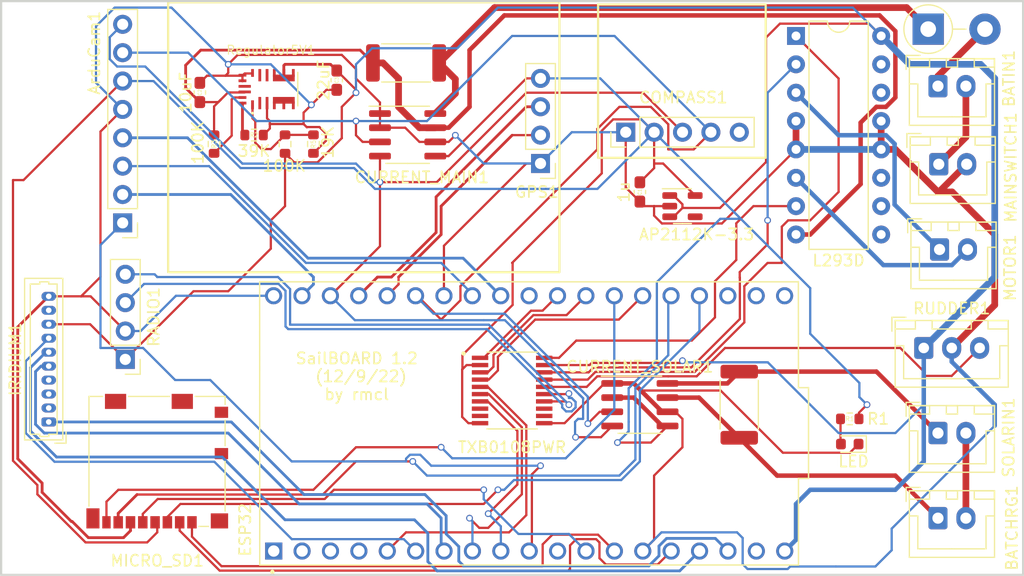
<source format=kicad_pcb>
(kicad_pcb (version 20211014) (generator pcbnew)
  (layers (0 "F.Cu" signal) (31 "B.Cu" signal) (34 "B.Paste" user) (35 "F.Paste" user) (36 "B.SilkS" user "B.Silkscreen") (37 "F.SilkS" user "F.Silkscreen") (38 "B.Mask" user) (39 "F.Mask" user) (44 "Edge.Cuts" user))
  (net 0 "")
  (net 1 "+5V")
  (net 2 "GND")
  (net 3 "/GPS_TX")
  (net 4 "/GPS_RX")
  (net 5 "+3.3V")
  (net 6 "Net-(CURRENT_MAIN1-Pad8)")
  (net 7 "/SCK")
  (net 8 "/MOSI")
  (net 9 "/MISO")
  (net 10 "/SCL")
  (net 11 "/SDA")
  (net 12 "/Power/Battery Input")
  (net 13 "Net-(BATIN1-Pad2)")
  (net 14 "/IRIDIUM_TX")
  (net 15 "/IRIDIUM_RX")
  (net 19 "/IRIDIUM_RING")
  (net 20 "/IRIDIUM_SLEEP")
  (net 22 "+12V")
  (net 23 "Net-(MOTOR1-Pad1)")
  (net 24 "Net-(MOTOR1-Pad2)")
  (net 26 "Net-(D2-Pad2)")
  (net 36 "/RADIO_CHAN2_5V")
  (net 37 "/RADIO_CHAN1_5V")
  (net 38 "/RUDDER_PWM_5V")
  (net 39 "/Microcontroller/PROP_PWM_5V")
  (net 40 "/Microcontroller/PROP_ENABLE_1_5V")
  (net 41 "/Microcontroller/PROP_ENABLE_2_5V")
  (net 42 "Net-(R3-Pad2)")
  (net 43 "Net-(R4-Pad2)")
  (net 44 "/Power/Battery Charge Pos")
  (net 45 "/Power/Solar Pos")
  (net 46 "/Power/Battery Charge Neg")
  (net 49 "Net-(ESP32-Pad25)")
  (net 50 "Net-(ESP32-Pad27)")
  (net 51 "Net-(ESP32-Pad28)")
  (net 61 "Net-(R2-Pad1)")
  (net 62 "/ARDUCAM_CS")
  (net 66 "/Microcontroller/RUDDER_PWM")
  (net 67 "/Microcontroller/RADIO_CHAN1")
  (net 68 "/Microcontroller/RADIO_CHAN2")
  (net 70 "/SDCARD_SCK")
  (net 71 "/SDCARD_D2")
  (net 72 "/SDCARD_D3")
  (net 73 "/SDCARD_CMD")
  (net 74 "/SDCARD_D0")
  (net 75 "/SDCARD_D1")
  (footprint "Connector_JST:JST_XH_B2B-XH-A_1x02_P2.50mm_Vertical" (layer "F.Cu") (at 236.219999 30.163105)
    (fp_text reference "BATIN1")
    (fp_text value "BatteryInput" hide)
  )
  (footprint "Resistor_SMD:R_2512_6332Metric" (layer "F.Cu") (at 188.630492 28.084154 180)
    (fp_text reference "R_SHUNT1" hide)
    (fp_text value "100mOhms" hide)
  )
  (footprint "Resistor_SMD:R_0603_1608Metric" (layer "F.Cu") (at 171.453207 35.352174 -90)
    (fp_text reference "R3" hide)
    (fp_text value "100K")
  )
  (footprint "MountingHole:MountingHole_2.5mm" (layer "F.Cu") (at 228.6 49.8)
    (fp_text reference "REF**" hide)
    (fp_text value "MountingHole_2.5mm" hide)
  )
  (footprint "Capacitor_SMD:C_0603_1608Metric_Pad1.08x0.95mm_HandSolder" (layer "F.Cu") (at 170.18 30.73 90)
    (fp_text reference "C2" hide)
    (fp_text value "10uF")
  )
  (footprint "Diode_THT:D_5W_P5.08mm_Vertical_AnodeUp" (layer "F.Cu") (at 235.346496 25.058343)
    (fp_text reference "D1" hide)
    (fp_text value "D_Schottky" hide)
  )
  (footprint "Package_TO_SOT_SMD:SOT-23-5" (layer "F.Cu") (at 213.36 40.91)
    (fp_text reference "U1" hide)
    (fp_text value "AP2112K-3.3")
  )
  (footprint "Connector_PinHeader_2.54mm:PinHeader_1x04_P2.54mm_Vertical" (layer "F.Cu") (at 163.512481 54.63217 180)
    (fp_text reference "RADIO1")
    (fp_text value "RADIO" hide)
  )
  (footprint "ESP32-DEVKITC:MODULE_ESP32-DEVKITC-RESIZED" (layer "F.Cu") (at 175.26 61.23 90)
    (fp_text reference "ESP32")
    (fp_text value "ESP32-DEVKITC")
  )
  (footprint "MountingHole:MountingHole_2.5mm" (layer "F.Cu") (at 155.71549 70.909403)
    (fp_text reference "REF**" hide)
    (fp_text value "MountingHole_2.5mm" hide)
  )
  (footprint "LED_SMD:LED_0603_1608Metric" (layer "F.Cu") (at 228.32726 62.214467 180)
    (fp_text reference "D2" hide)
    (fp_text value "LED")
  )
  (footprint "Connector_Molex:Molex_PicoBlade_53047-1010_1x10_P1.25mm_Vertical" (layer "F.Cu") (at 156.66 60.235 90)
    (fp_text reference "IRIDIUM1")
    (fp_text value "IRIDIUM" hide)
  )
  (footprint "MountingHole:MountingHole_2.5mm" (layer "F.Cu") (at 228.659096 70.041204)
    (fp_text reference "REF**" hide)
    (fp_text value "MountingHole_2.5mm" hide)
  )
  (footprint "Connector_JST:JST_XH_B2B-XH-A_1x02_P2.50mm_Vertical" (layer "F.Cu") (at 236.22 61.23)
    (fp_text reference "SOLARIN1")
    (fp_text value "SolarPanel" hide)
  )
  (footprint "MountingHole:MountingHole_2.5mm" (layer "F.Cu") (at 170.18 52.34)
    (fp_text reference "H1" hide)
    (fp_text value "MountingHole_2.5mm" hide)
  )
  (footprint "Package_SO:SOIC-8_3.9x4.9mm_P1.27mm" (layer "F.Cu") (at 188.771615 34.522225)
    (fp_text reference "CURRENT_MAIN1")
    (fp_text value "INA219BxD" hide)
  )
  (footprint "Resistor_SMD:R_0603_1608Metric" (layer "F.Cu") (at 180.343207 35.352174 -90)
    (fp_text reference "R5" hide)
    (fp_text value "19K")
  )
  (footprint "Connector_JST:JST_XH_B2B-XH-A_1x02_P2.50mm_Vertical" (layer "F.Cu") (at 236.291364 37.156806)
    (fp_text reference "MAINSWITCH1")
    (fp_text value "MainPowerSwitch" hide)
  )
  (footprint "Capacitor_SMD:C_0603_1608Metric_Pad1.08x0.95mm_HandSolder" (layer "F.Cu") (at 209.55 39.64 -90)
    (fp_text reference "C1" hide)
    (fp_text value "1u")
  )
  (footprint "Package_DIP:DIP-16_W7.62mm" (layer "F.Cu") (at 223.52 25.67)
    (fp_text reference "U2" hide)
    (fp_text value "L293D")
  )
  (footprint "Connector_PinHeader_2.54mm:PinHeader_1x04_P2.54mm_Vertical" (layer "F.Cu") (at 200.66 37.09 180)
    (fp_text reference "GPS1")
    (fp_text value "GPS" hide)
  )
  (footprint "Connector_PinHeader_2.54mm:PinHeader_1x08_P2.54mm_Vertical" (layer "F.Cu") (at 163.274343 42.407285 180)
    (fp_text reference "ArduCam1")
    (fp_text value "ArduCamShield_OV2640" hide)
  )
  (footprint "MountingHole:MountingHole_2.5mm" (layer "F.Cu") (at 170.477864 43.820347)
    (fp_text reference "H1" hide)
    (fp_text value "MountingHole_2.5mm" hide)
  )
  (footprint "Connector_JST:JST_XH_B3B-XH-A_1x03_P2.50mm_Vertical" (layer "F.Cu") (at 234.95 53.61)
    (fp_text reference "RUDDER1")
    (fp_text value "RUDDERSERVO" hide)
  )
  (footprint "Connector_JST:JST_XH_B2B-XH-A_1x02_P2.50mm_Vertical" (layer "F.Cu") (at 236.362728 44.792787)
    (fp_text reference "MOTOR1")
    (fp_text value "MOTOR" hide)
  )
  (footprint "MountingHole:MountingHole_2.5mm" (layer "F.Cu") (at 206.560215 43.673695)
    (fp_text reference "REF**" hide)
    (fp_text value "MountingHole_2.5mm" hide)
  )
  (footprint "Connector_PinHeader_2.54mm:PinHeader_1x05_P2.54mm_Vertical" (layer "F.Cu") (at 208.285 34.29 90)
    (fp_text reference "COMPASS1")
    (fp_text value "QMC5883L")
  )
  (footprint "Resistor_SMD:R_2512_6332Metric" (layer "F.Cu") (at 218.44 58.69 -90)
    (fp_text reference "R_SHUNT2" hide)
    (fp_text value "100mOhms" hide)
  )
  (footprint "MountingHole:MountingHole_2.5mm" (layer "F.Cu") (at 213.36 26.94)
    (fp_text reference "REF**" hide)
    (fp_text value "MountingHole_2.5mm" hide)
  )
  (footprint "Package_SO:SOIC-8_3.9x4.9mm_P1.27mm" (layer "F.Cu") (at 209.55 58.69)
    (fp_text reference "CURRENT_SOLAR1")
    (fp_text value "INA219BxD" hide)
  )
  (footprint "Connector_Card:microSD_HC_Molex_104031-0811" (layer "F.Cu") (at 166.37 63.77 180)
    (fp_text reference "MICRO_SD1")
    (fp_text value "Micro_SD_Card" hide)
  )
  (footprint "SOP65P640X120-20N:SOP65P640X120-20N" (layer "F.Cu") (at 198.12 57.42)
    (fp_text reference "IC1" hide)
    (fp_text value "TXB0108PWR")
  )
  (footprint "Capacitor_SMD:C_0603_1608Metric_Pad1.08x0.95mm_HandSolder" (layer "F.Cu") (at 182.429399 29.63082 -90)
    (fp_text reference "C3" hide)
    (fp_text value "22uF")
  )
  (footprint "MountingHole:MountingHole_2.5mm" (layer "F.Cu") (at 155.507833 32.838607)
    (fp_text reference "H1" hide)
    (fp_text value "MountingHole_2.5mm" hide)
  )
  (footprint "Connector_JST:JST_XH_B2B-XH-A_1x02_P2.50mm_Vertical" (layer "F.Cu") (at 236.22 68.85)
    (fp_text reference "BATCHRG1")
    (fp_text value "BatteryCharge" hide)
  )
  (footprint "Resistor_SMD:R_0603_1608Metric" (layer "F.Cu") (at 228.32726 59.96 180)
    (fp_text reference "R1")
    (fp_text value "1K" hide)
  )
  (footprint "MountingHole:MountingHole_2.5mm" (layer "F.Cu") (at 155.557602 25.775185)
    (fp_text reference "H1" hide)
    (fp_text value "MountingHole_2.5mm" hide)
  )
  (footprint "Resistor_SMD:R_0603_1608Metric" (layer "F.Cu") (at 177.803207 35.352174 90)
    (fp_text reference "R4" hide)
    (fp_text value "100K")
  )
  (footprint "Resistor_SMD:R_0603_1608Metric" (layer "F.Cu") (at 175.032311 34.543965)
    (fp_text reference "R2" hide)
    (fp_text value "39K")
  )
  (footprint "MPM3610AGQV-P:MPM3620AGQV-P" (layer "F.Cu") (at 176.443191 30.431703 90)
    (fp_text reference "Regulator5V1")
    (fp_text value "MPM3610AGQV-P")
  )
  (gr_rect (start 205.809858 22.853913) (end 220.809858 36.583913) (layer "F.SilkS") (width 0.2) (fill none))
  (gr_rect (start 202.35444 22.658011) (end 167.342939 46.823105) (layer "F.SilkS") (width 0.2) (fill none))
  (gr_rect (start 152.4 22.55) (end 243.84 73.93) (layer "Edge.Cuts") (width 0.2) (fill none))
  (gr_text "SailBOARD 1.2 \n(12/9/22)\nby rmcl " (at 184.604687 56.155409) (layer "F.SilkS") (effects (font (size 1 1))))
  (segment (start 231.14 25.67) (end 230.04 24.57) (width 0.2) (layer "F.Cu") (net 1))
  (segment (start 184.15 30.488921) (end 184.15 30.75) (width 0.2) (layer "F.Cu") (net 1))
  (segment (start 177.803207 40.906793) (end 177.803207 36.177174) (width 0.2) (layer "F.Cu") (net 1))
  (segment (start 176.53 44.72) (end 176.53 42.18) (width 0.2) (layer "F.Cu") (net 1))
  (segment (start 205.047945 55.145) (end 200.99 55.145) (width 0.2) (layer "F.Cu") (net 1))
  (segment (start 160.365311 51.485) (end 156.66 51.485) (width 0.2) (layer "F.Cu") (net 1))
  (segment (start 212.571396 39.96) (end 213.36 40.748604) (width 0.2) (layer "F.Cu") (net 1))
  (segment (start 213.36 41.071396) (end 212.571396 41.86) (width 0.2) (layer "F.Cu") (net 1))
  (segment (start 230.04 24.57) (end 222.08 24.57) (width 0.2) (layer "F.Cu") (net 1))
  (segment (start 212.571396 41.86) (end 212.2225 41.86) (width 0.2) (layer "F.Cu") (net 1))
  (segment (start 169.614651 48.53) (end 172.72 48.53) (width 0.2) (layer "F.Cu") (net 1))
  (segment (start 213.36 40.91) (end 213.36 41.071396) (width 0.2) (layer "F.Cu") (net 1))
  (segment (start 182.88 32.02) (end 182.88 34.816074) (width 0.2) (layer "F.Cu") (net 1))
  (segment (start 178.616761 36.990728) (end 177.803207 36.177174) (width 0.2) (layer "F.Cu") (net 1))
  (segment (start 172.72 48.53) (end 176.53 44.72) (width 0.2) (layer "F.Cu") (net 1))
  (segment (start 182.88 32.02) (end 184.15 30.75) (width 0.2) (layer "F.Cu") (net 1))
  (segment (start 156.66 51.485) (end 156.669707 51.494707) (width 0.25) (layer "F.Cu") (net 1))
  (segment (start 163.512481 54.63217) (end 160.365311 51.485) (width 0.2) (layer "F.Cu") (net 1))
  (segment (start 182.429399 28.76832) (end 181.871079 28.21) (width 0.25) (layer "F.Cu") (net 1))
  (segment (start 213.1605 54.95) (end 205.242945 54.95) (width 0.2) (layer "F.Cu") (net 1))
  (segment (start 205.242945 54.95) (end 205.047945 55.145) (width 0.2) (layer "F.Cu") (net 1))
  (segment (start 213.36 41.071396) (end 216.722969 41.071396) (width 0.2) (layer "F.Cu") (net 1))
  (segment (start 213.36 40.748604) (end 213.36 40.91) (width 0.2) (layer "F.Cu") (net 1))
  (segment (start 182.429399 28.76832) (end 184.15 30.488921) (width 0.2) (layer "F.Cu") (net 1))
  (segment (start 222.08 24.57) (end 220.837182 25.812818) (width 0.2) (layer "F.Cu") (net 1))
  (segment (start 216.722969 41.071396) (end 220.837182 36.957182) (width 0.2) (layer "F.Cu") (net 1))
  (segment (start 163.512481 54.63217) (end 169.614651 48.53) (width 0.2) (layer "F.Cu") (net 1))
  (segment (start 176.53 42.18) (end 177.803207 40.906793) (width 0.2) (layer "F.Cu") (net 1))
  (segment (start 212.2225 39.96) (end 212.571396 39.96) (width 0.2) (layer "F.Cu") (net 1))
  (segment (start 177.693191 28.316809) (end 177.693191 29.431703) (width 0.25) (layer "F.Cu") (net 1))
  (segment (start 220.837182 25.812818) (end 220.837182 36.957182) (width 0.2) (layer "F.Cu") (net 1))
  (segment (start 180.711761 36.990728) (end 178.616761 36.990728) (width 0.2) (layer "F.Cu") (net 1))
  (segment (start 177.8 28.21) (end 177.693191 28.316809) (width 0.25) (layer "F.Cu") (net 1))
  (segment (start 182.883207 34.819281) (end 180.711761 36.990728) (width 0.2) (layer "F.Cu") (net 1))
  (segment (start 182.88 34.816074) (end 182.883207 34.819281) (width 0.2) (layer "F.Cu") (net 1))
  (segment (start 181.871079 28.21) (end 177.8 28.21) (width 0.25) (layer "F.Cu") (net 1))
  (segment (start 213.36 54.7505) (end 213.1605 54.95) (width 0.2) (layer "F.Cu") (net 1))
  (via (at 213.36 54.7505) (size 0.6) (drill 0.4) (layers "F.Cu" "B.Cu") (net 1))
  (via (at 184.15 30.75) (size 0.6) (drill 0.4) (layers "F.Cu" "B.Cu") (net 1))
  (segment (start 241.3 29.48) (end 241.3 47.26) (width 0.6) (layer "B.Cu") (net 1))
  (segment (start 240.026687 28.206687) (end 241.3 29.48) (width 0.6) (layer "B.Cu") (net 1))
  (segment (start 228.6 23.13) (end 231.14 25.67) (width 0.2) (layer "B.Cu") (net 1))
  (segment (start 223.52 67.58) (end 223.52 70.785) (width 0.4) (layer "B.Cu") (net 1))
  (segment (start 231.14 25.67) (end 233.676687 28.206687) (width 0.6) (layer "B.Cu") (net 1))
  (segment (start 196.85 23.13) (end 228.6 23.13) (width 0.2) (layer "B.Cu") (net 1))
  (segment (start 234.95 58.69) (end 234.95 53.61) (width 0.4) (layer "B.Cu") (net 1))
  (segment (start 241.3 47.26) (end 234.95 53.61) (width 0.6) (layer "B.Cu") (net 1))
  (segment (start 184.15 30.75) (end 184.15 28.21) (width 0.2) (layer "B.Cu") (net 1))
  (segment (start 227.33 61.23) (end 232.41 61.23) (width 0.2) (layer "B.Cu") (net 1))
  (segment (start 234.95 63.77) (end 234.95 58.69) (width 0.4) (layer "B.Cu") (net 1))
  (segment (start 213.36 54.7505) (end 213.5045 54.895) (width 0.2) (layer "B.Cu") (net 1))
  (segment (start 223.52 70.785) (end 222.51 71.795) (width 0.4) (layer "B.Cu") (net 1))
  (segment (start 213.5045 54.895) (end 220.995 54.895) (width 0.2) (layer "B.Cu") (net 1))
  (segment (start 193.21 26.77) (end 196.85 23.13) (width 0.2) (layer "B.Cu") (net 1))
  (segment (start 220.995 54.895) (end 227.33 61.23) (width 0.2) (layer "B.Cu") (net 1))
  (segment (start 224.79 66.31) (end 232.41 66.31) (width 0.4) (layer "B.Cu") (net 1))
  (segment (start 223.52 67.58) (end 224.79 66.31) (width 0.4) (layer "B.Cu") (net 1))
  (segment (start 232.41 66.31) (end 234.95 63.77) (width 0.4) (layer "B.Cu") (net 1))
  (segment (start 185.59 26.77) (end 193.21 26.77) (width 0.2) (layer "B.Cu") (net 1))
  (segment (start 232.41 61.23) (end 234.95 58.69) (width 0.2) (layer "B.Cu") (net 1))
  (segment (start 233.676687 28.206687) (end 240.026687 28.206687) (width 0.6) (layer "B.Cu") (net 1))
  (segment (start 184.15 28.21) (end 185.59 26.77) (width 0.2) (layer "B.Cu") (net 1))
  (segment (start 156.634695 48.985) (end 153.887322 51.732373) (width 0.25) (layer "F.Cu") (net 2))
  (segment (start 232.41 35.83) (end 236.22 39.64) (width 0.6) (layer "F.Cu") (net 2))
  (segment (start 192.02 44.46) (end 199.39 37.09) (width 0.2) (layer "F.Cu") (net 2))
  (segment (start 156.069335 66.535744) (end 158.673591 69.14) (width 0.25) (layer "F.Cu") (net 2))
  (segment (start 160.206726 70.596726) (end 163.353274 70.596726) (width 0.25) (layer "F.Cu") (net 2))
  (segment (start 202.815 60.345) (end 206.375 56.785) (width 0.2) (layer "F.Cu") (net 2))
  (segment (start 174.89 29.03) (end 174.19 29.03) (width 0.2) (layer "F.Cu") (net 2))
  (segment (start 222.342284 62.989467) (end 216.772817 57.42) (width 0.2) (layer "F.Cu") (net 2))
  (segment (start 163.274343 32.247285) (end 161.29 34.231628) (width 0.2) (layer "F.Cu") (net 2))
  (segment (start 156.66 48.985) (end 156.634695 48.985) (width 0.25) (layer "F.Cu") (net 2))
  (segment (start 216.89 42.46) (end 223.52 35.83) (width 0.2) (layer "F.Cu") (net 2))
  (segment (start 176.44 33.29) (end 176.44 33.553967) (width 0.2) (layer "F.Cu") (net 2))
  (segment (start 209.002183 56.785) (end 211.542183 59.325) (width 0.4) (layer "F.Cu") (net 2))
  (segment (start 229.11476 62.214467) (end 228.33976 62.989467) (width 0.2) (layer "F.Cu") (net 2))
  (segment (start 191.246615 35.157225) (end 192.442775 35.157225) (width 0.2) (layer "F.Cu") (net 2))
  (segment (start 156.069335 65.711813) (end 156.069335 66.535744) (width 0.25) (layer "F.Cu") (net 2))
  (segment (start 172.72 28.98) (end 172.47 29.23) (width 0.2) (layer "F.Cu") (net 2))
  (segment (start 186.296615 32.617225) (end 186.296615 31.626615) (width 0.2) (layer "F.Cu") (net 2))
  (segment (start 158.75 69.14) (end 160.206726 70.596726) (width 0.25) (layer "F.Cu") (net 2))
  (segment (start 161.29 47.25) (end 159.555 48.985) (width 0.2) (layer "F.Cu") (net 2))
  (segment (start 153.887322 51.732373) (end 153.887322 63.5298) (width 0.25) (layer "F.Cu") (net 2))
  (segment (start 184.15 29.48) (end 184.15 28.635) (width 0.2) (layer "F.Cu") (net 2))
  (segment (start 160.405311 48.985) (end 159.555 48.985) (width 0.2) (layer "F.Cu") (net 2))
  (segment (start 192.02 48.935) (end 192.02 44.46) (width 0.2) (layer "F.Cu") (net 2))
  (segment (start 186.296615 31.626615) (end 184.15 29.48) (width 0.2) (layer "F.Cu") (net 2))
  (segment (start 179.758207 33.850067) (end 179.7811 33.827174) (width 0.2) (layer "F.Cu") (net 2))
  (segment (start 213.36 59.96) (end 212.725 59.325) (width 0.2) (layer "F.Cu") (net 2))
  (segment (start 180.877174 33.827174) (end 181.458401 34.408401) (width 0.2) (layer "F.Cu") (net 2))
  (segment (start 173.565 27.365) (end 182.88 27.365) (width 0.2) (layer "F.Cu") (net 2))
  (segment (start 210.82 41.756396) (end 211.523604 42.46) (width 0.2) (layer "F.Cu") (net 2))
  (segment (start 210.82 40.91) (end 209.9575 40.91) (width 0.2) (layer "F.Cu") (net 2))
  (segment (start 211.542183 59.325) (end 212.025 59.325) (width 0.4) (layer "F.Cu") (net 2))
  (segment (start 172.72 28.21) (end 172.72 28.98) (width 0.2) (layer "F.Cu") (net 2))
  (segment (start 210.82 65.04) (end 210.82 70.785) (width 0.2) (layer "F.Cu") (net 2))
  (segment (start 172.72 28.21) (end 173.565 27.365) (width 0.2) (layer "F.Cu") (net 2))
  (segment (start 231.14 35.83) (end 231.14 33.29) (width 0.6) (layer "F.Cu") (net 2))
  (segment (start 176.443207 33.958069) (end 175.857311 34.543965) (width 0.2) (layer "F.Cu") (net 2))
  (segment (start 206.375 56.785) (end 207.075 56.785) (width 0.2) (layer "F.Cu") (net 2))
  (segment (start 176.443207 33.557174) (end 179.465314 33.557174) (width 0.2) (layer "F.Cu") (net 2))
  (segment (start 176.19 33.04) (end 176.44 33.29) (width 0.2) (layer "F.Cu") (net 2))
  (segment (start 173.993191 29.726809) (end 173.993191 29.233191) (width 0.2) (layer "F.Cu") (net 2))
  (segment (start 158.673591 69.14) (end 158.75 69.14) (width 0.25) (layer "F.Cu") (net 2))
  (segment (start 172.47 29.23) (end 170.8175 29.23) (width 0.2) (layer "F.Cu") (net 2))
  (segment (start 237.49 39.64) (end 241.3 43.45) (width 0.6) (layer "F.Cu") (net 2))
  (segment (start 173.993191 29.233191) (end 173.99 29.23) (width 0.2) (layer "F.Cu") (net 2))
  (segment (start 210.82 65.04) (end 213.36 62.5) (width 0.2) (layer "F.Cu") (net 2))
  (segment (start 212.2225 40.91) (end 210.82 40.91) (width 0.2) (layer "F.Cu") (net 2))
  (segment (start 200.99 60.345) (end 202.815 60.345) (width 0.2) (layer "F.Cu") (net 2))
  (segment (start 161.29 34.231628) (end 161.29 47.25) (width 0.2) (layer "F.Cu") (net 2))
  (segment (start 241.3 43.45) (end 241.3 49.76) (width 0.6) (layer "F.Cu") (net 2))
  (segment (start 188.557225 33.887225) (end 189.827225 35.157225) (width 0.2) (layer "F.Cu") (net 2))
  (segment (start 186.296615 33.887225) (end 188.557225 33.887225) (width 0.2) (layer "F.Cu") (net 2))
  (segment (start 153.887322 63.5298) (end 156.069335 65.711813) (width 0.25) (layer "F.Cu") (net 2))
  (segment (start 228.33976 62.989467) (end 222.342284 62.989467) (width 0.2) (layer "F.Cu") (net 2))
  (segment (start 179.7811 33.827174) (end 180.877174 33.827174) (width 0.2) (layer "F.Cu") (net 2))
  (segment (start 180.16 31.84) (end 179.462107 32.537893) (width 0.2) (layer "F.Cu") (net 2))
  (segment (start 176.44 33.553967) (end 176.443207 33.557174) (width 0.2) (layer "F.Cu") (net 2))
  (segment (start 182.88 27.365) (end 184.15 28.635) (width 0.2) (layer "F.Cu") (net 2))
  (segment (start 173.99 29.23) (end 172.47 29.23) (width 0.2) (layer "F.Cu") (net 2))
  (segment (start 174.19 29.03) (end 173.99 29.23) (width 0.2) (layer "F.Cu") (net 2))
  (segment (start 241.3 49.76) (end 237.45 53.61) (width 0.6) (layer "F.Cu") (net 2))
  (segment (start 216.772817 57.42) (end 209.55 57.42) (width 0.2) (layer "F.Cu") (net 2))
  (segment (start 163.512481 52.09217) (end 160.405311 48.985) (width 0.2) (layer "F.Cu") (net 2))
  (segment (start 179.758207 33.850067) (end 179.465314 33.557174) (width 0.2) (layer "F.Cu") (net 2))
  (segment (start 209.9575 40.91) (end 209.55 40.5025) (width 0.2) (layer "F.Cu") (net 2))
  (segment (start 208.285 39.2375) (end 208.285 34.29) (width 0.2) (layer "F.Cu") (net 2))
  (segment (start 209.55 40.5025) (end 208.285 39.2375) (width 0.2) (layer "F.Cu") (net 2))
  (segment (start 192.442775 35.157225) (end 193.04 34.56) (width 0.2) (layer "F.Cu") (net 2))
  (segment (start 181.50668 30.49332) (end 182.429399 30.49332) (width 0.2) (layer "F.Cu") (net 2))
  (segment (start 186.296615 33.887225) (end 186.296615 32.617225) (width 0.2) (layer "F.Cu") (net 2))
  (segment (start 163.975 69.975) (end 163.975 69.22) (width 0.25) (layer "F.Cu") (net 2))
  (segment (start 223.52 35.83) (end 223.52 33.29) (width 0.6) (layer "F.Cu") (net 2))
  (segment (start 176.19 31.73) (end 176.19 33.04) (width 0.2) (layer "F.Cu") (net 2))
  (segment (start 170.8175 29.23) (end 170.18 29.8675) (width 0.2) (layer "F.Cu") (net 2))
  (segment (start 236.22 39.64) (end 236.30817 39.64) (width 0.6) (layer "F.Cu") (net 2))
  (segment (start 179.462107 33.553967) (end 179.465314 33.557174) (width 0.2) (layer "F.Cu") (net 2))
  (segment (start 181.458401 35.06198) (end 180.343207 36.177174) (width 0.2) (layer "F.Cu") (net 2))
  (segment (start 207.075 56.785) (end 209.002183 56.785) (width 0.4) (layer "F.Cu") (net 2))
  (segment (start 199.39 37.09) (end 200.66 37.09) (width 0.2) (layer "F.Cu") (net 2))
  (segment (start 179.462107 32.537893) (end 179.462107 33.553967) (width 0.2) (layer "F.Cu") (net 2))
  (segment (start 236.30817 39.64) (end 238.791364 37.156806) (width 0.6) (layer "F.Cu") (net 2))
  (segment (start 210.82 40.91) (end 210.82 41.756396) (width 0.2) (layer "F.Cu") (net 2))
  (segment (start 176.443207 33.557174) (end 176.443207 33.958069) (width 0.2) (layer "F.Cu") (net 2))
  (segment (start 236.30817 39.64) (end 237.49 39.64) (width 0.6) (layer "F.Cu") (net 2))
  (segment (start 159.555 48.985) (end 156.66 48.985) (width 0.2) (layer "F.Cu") (net 2))
  (segment (start 210.82 70.785) (end 209.81 71.795) (width 0.2) (layer "F.Cu") (net 2))
  (segment (start 212.725 59.325) (end 212.025 59.325) (width 0.2) (layer "F.Cu") (net 2))
  (segment (start 211.523604 42.46) (end 216.89 42.46) (width 0.2) (layer "F.Cu") (net 2))
  (segment (start 189.827225 35.157225) (end 191.246615 35.157225) (width 0.2) (layer "F.Cu") (net 2))
  (segment (start 181.458401 34.408401) (end 181.458401 35.06198) (width 0.2) (layer "F.Cu") (net 2))
  (segment (start 163.353274 70.596726) (end 163.975 69.975) (width 0.25) (layer "F.Cu") (net 2))
  (segment (start 231.14 35.83) (end 232.41 35.83) (width 0.6) (layer "F.Cu") (net 2))
  (segment (start 213.36 62.5) (end 213.36 59.96) (width 0.2) (layer "F.Cu") (net 2))
  (segment (start 180.16 31.84) (end 181.50668 30.49332) (width 0.2) (layer "F.Cu") (net 2))
  (via (at 180.16 31.84) (size 0.6) (drill 0.4) (layers "F.Cu" "B.Cu") (net 2))
  (via (at 172.72 28.21) (size 0.6) (drill 0.4) (layers "F.Cu" "B.Cu") (net 2))
  (via (at 193.04 34.56) (size 0.6) (drill 0.4) (layers "F.Cu" "B.Cu") (net 2))
  (segment (start 180.16 31.84) (end 176.53 28.21) (width 0.2) (layer "B.Cu") (net 2))
  (segment (start 237.45 54.84) (end 241.3 58.69) (width 0.4) (layer "B.Cu") (net 2))
  (segment (start 203.46 34.29) (end 200.66 37.09) (width 0.2) (layer "B.Cu") (net 2))
  (segment (start 193.04 34.56) (end 195.57 37.09) (width 0.2) (layer "B.Cu") (net 2))
  (segment (start 227.079971 73.177561) (end 230.622439 73.177561) (width 0.2) (layer "B.Cu") (net 2))
  (segment (start 232.078883 71.721117) (end 232.078883 69.788883) (width 0.2) (layer "B.Cu") (net 2))
  (segment (start 160.89 29.862942) (end 163.274343 32.247285) (width 0.2) (layer "B.Cu") (net 2))
  (segment (start 164.88783 52.09217) (end 168.045 48.935) (width 0.2) (layer "B.Cu") (net 2))
  (segment (start 218.244018 70.12) (end 211.485 70.12) (width 0.2) (layer "B.Cu") (net 2))
  (segment (start 222.775983 73.404017) (end 219.184017 73.404017) (width 0.2) (layer "B.Cu") (net 2))
  (segment (start 231.14 35.83) (end 223.52 35.83) (width 0.6) (layer "B.Cu") (net 2))
  (segment (start 160.89 24.8) (end 160.89 29.862942) (width 0.2) (layer "B.Cu") (net 2))
  (segment (start 163.512481 52.09217) (end 164.88783 52.09217) (width 0.2) (layer "B.Cu") (net 2))
  (segment (start 172.72 28.21) (end 167.64 23.13) (width 0.2) (layer "B.Cu") (net 2))
  (segment (start 162.56 23.13) (end 160.89 24.8) (width 0.2) (layer "B.Cu") (net 2))
  (segment (start 241.3 58.69) (end 241.3 60.567767) (width 0.4) (layer "B.Cu") (net 2))
  (segment (start 222.775983 73.404017) (end 223.002439 73.177561) (width 0.2) (layer "B.Cu") (net 2))
  (segment (start 218.747009 70.622991) (end 218.244018 70.12) (width 0.2) (layer "B.Cu") (net 2))
  (segment (start 211.485 70.12) (end 209.81 71.795) (width 0.2) (layer "B.Cu") (net 2))
  (segment (start 167.64 23.13) (end 162.56 23.13) (width 0.2) (layer "B.Cu") (net 2))
  (segment (start 195.57 37.09) (end 200.66 37.09) (width 0.2) (layer "B.Cu") (net 2))
  (segment (start 218.747009 72.967009) (end 218.747009 70.622991) (width 0.2) (layer "B.Cu") (net 2))
  (segment (start 230.622439 73.177561) (end 232.078883 71.721117) (width 0.2) (layer "B.Cu") (net 2))
  (segment (start 176.78 48.935) (end 168.045 48.935) (width 0.2) (layer "B.Cu") (net 2))
  (segment (start 232.078883 69.788883) (end 241.3 60.567767) (width 0.2) (layer "B.Cu") (net 2))
  (segment (start 237.45 53.61) (end 237.45 54.84) (width 0.4) (layer "B.Cu") (net 2))
  (segment (start 219.184017 73.404017) (end 218.747009 72.967009) (width 0.2) (layer "B.Cu") (net 2))
  (segment (start 223.002439 73.177561) (end 227.079971 73.177561) (width 0.2) (layer "B.Cu") (net 2))
  (segment (start 208.285 34.29) (end 203.46 34.29) (width 0.2) (layer "B.Cu") (net 2))
  (segment (start 176.53 28.21) (end 172.72 28.21) (width 0.2) (layer "B.Cu") (net 2))
  (segment (start 191.77 43.45) (end 191.77 40.91) (width 0.25) (layer "F.Cu") (net 3))
  (segment (start 187.96 47.915) (end 187.96 47.26) (width 0.2) (layer "F.Cu") (net 3))
  (segment (start 198.13 34.55) (end 198.12 34.56) (width 0.2) (layer "F.Cu") (net 3))
  (segment (start 191.77 40.91) (end 198.12 34.56) (width 0.25) (layer "F.Cu") (net 3))
  (segment (start 200.66 34.55) (end 198.13 34.55) (width 0.2) (layer "F.Cu") (net 3))
  (segment (start 186.94 48.935) (end 187.96 47.915) (width 0.2) (layer "F.Cu") (net 3))
  (segment (start 187.96 47.26) (end 191.77 43.45) (width 0.25) (layer "F.Cu") (net 3))
  (segment (start 191.32 43.263604) (end 187.323604 47.26) (width 0.25) (layer "F.Cu") (net 4))
  (segment (start 191.32 40.08) (end 199.39 32.01) (width 0.25) (layer "F.Cu") (net 4))
  (segment (start 187.323604 47.26) (end 186.075 47.26) (width 0.25) (layer "F.Cu") (net 4))
  (segment (start 191.32 40.08) (end 191.32 43.263604) (width 0.25) (layer "F.Cu") (net 4))
  (segment (start 199.39 32.01) (end 200.66 32.01) (width 0.25) (layer "F.Cu") (net 4))
  (segment (start 186.075 47.26) (end 184.4 48.935) (width 0.25) (layer "F.Cu") (net 4))
  (segment (start 163.274343 29.707285) (end 154.40395 38.577678) (width 0.2) (layer "F.Cu") (net 5))
  (segment (start 166.37 70.12) (end 166.37 69.415) (width 0.2) (layer "F.Cu") (net 5))
  (segment (start 191.246615 36.427225) (end 192.432775 36.427225) (width 0.2) (layer "F.Cu") (net 5))
  (segment (start 193.675 55.515) (end 193.675 54.245) (width 0.2) (layer "F.Cu") (net 5))
  (segment (start 155.644335 66.711784) (end 159.954277 71.021726) (width 0.2) (layer "F.Cu") (net 5))
  (segment (start 193.675 55.515) (end 193.650669 55.539331) (width 0.2) (layer "F.Cu") (net 5))
  (segment (start 194.209827 60.345) (end 195.25 60.345) (width 0.2) (layer "F.Cu") (net 5))
  (segment (start 207.16 33.14) (end 209.675 33.14) (width 0.2) (layer "F.Cu") (net 5))
  (segment (start 229.15226 59.40774) (end 229.87 58.69) (width 0.2) (layer "F.Cu") (net 5))
  (segment (start 210.825 37.095) (end 211.6325 37.095) (width 0.2) (layer "F.Cu") (net 5))
  (segment (start 207.544436 62.079677) (end 210.540323 62.079677) (width 0.2) (layer "F.Cu") (net 5))
  (segment (start 198.165 46.035) (end 198.12 45.99) (width 0.2) (layer "F.Cu") (net 5))
  (segment (start 154.40395 38.577678) (end 153.462322 38.577678) (width 0.2) (layer "F.Cu") (net 5))
  (segment (start 192.432775 36.427225) (end 199.38 29.48) (width 0.2) (layer "F.Cu") (net 5))
  (segment (start 199.39 29.48) (end 199.4 29.47) (width 0.2) (layer "F.Cu") (net 5))
  (segment (start 211.6325 37.095) (end 214.4975 39.96) (width 0.2) (layer "F.Cu") (net 5))
  (segment (start 209.002183 58.055) (end 211.542183 60.595) (width 0.4) (layer "F.Cu") (net 5))
  (segment (start 194.045 55.145) (end 193.675 55.515) (width 0.2) (layer "F.Cu") (net 5))
  (segment (start 159.954277 71.021726) (end 165.468274 71.021726) (width 0.2) (layer "F.Cu") (net 5))
  (segment (start 209.675 33.14) (end 210.825 34.29) (width 0.2) (layer "F.Cu") (net 5))
  (segment (start 166.37 69.415) (end 166.175 69.22) (width 0.2) (layer "F.Cu") (net 5))
  (segment (start 198.12 45.99) (end 206.14 37.97) (width 0.2) (layer "F.Cu") (net 5))
  (segment (start 193.675 54.245) (end 198.165 49.755) (width 0.2) (layer "F.Cu") (net 5))
  (segment (start 165.468274 71.021726) (end 166.37 70.12) (width 0.2) (layer "F.Cu") (net 5))
  (segment (start 209.55 38.7775) (end 210.825 37.5025) (width 0.2) (layer "F.Cu") (net 5))
  (segment (start 153.462322 63.70584) (end 155.644335 65.887853) (width 0.2) (layer "F.Cu") (net 5))
  (segment (start 155.644335 65.887853) (end 155.644335 66.711784) (width 0.2) (layer "F.Cu") (net 5))
  (segment (start 193.650669 55.539331) (end 193.650669 59.785842) (width 0.2) (layer "F.Cu") (net 5))
  (segment (start 229.15226 59.96) (end 229.15226 59.40774) (width 0.2) (layer "F.Cu") (net 5))
  (segment (start 211.542183 60.595) (end 212.025 60.595) (width 0.4) (layer "F.Cu") (net 5))
  (segment (start 210.540323 62.079677) (end 212.025 60.595) (width 0.2) (layer "F.Cu") (net 5))
  (segment (start 210.825 37.5025) (end 210.825 37.095) (width 0.2) (layer "F.Cu") (net 5))
  (segment (start 198.165 49.755) (end 198.165 46.035) (width 0.2) (layer "F.Cu") (net 5))
  (segment (start 210.825 37.095) (end 210.825 34.29) (width 0.2) (layer "F.Cu") (net 5))
  (segment (start 195.25 55.145) (end 194.045 55.145) (width 0.2) (layer "F.Cu") (net 5))
  (segment (start 207.075 58.055) (end 209.002183 58.055) (width 0.4) (layer "F.Cu") (net 5))
  (segment (start 206.14 34.16) (end 207.16 33.14) (width 0.2) (layer "F.Cu") (net 5))
  (segment (start 193.650669 59.785842) (end 194.209827 60.345) (width 0.2) (layer "F.Cu") (net 5))
  (segment (start 153.462322 38.577678) (end 153.462322 63.70584) (width 0.2) (layer "F.Cu") (net 5))
  (segment (start 206.14 37.97) (end 206.14 34.16) (width 0.2) (layer "F.Cu") (net 5))
  (segment (start 199.4 29.47) (end 200.66 29.47) (width 0.2) (layer "F.Cu") (net 5))
  (segment (start 199.38 29.48) (end 199.39 29.48) (width 0.2) (layer "F.Cu") (net 5))
  (via (at 207.544436 62.079677) (size 0.6) (drill 0.4) (layers "F.Cu" "B.Cu") (net 5))
  (via (at 229.87 58.69) (size 0.6) (drill 0.4) (layers "F.Cu" "B.Cu") (net 5))
  (segment (start 216.743482 42.0425) (end 211.07 47.715982) (width 0.2) (layer "B.Cu") (net 5))
  (segment (start 208.547314 60.231584) (end 208.547314 61.076799) (width 0.2) (layer "B.Cu") (net 5))
  (segment (start 218.5775 42.0425) (end 224.79 48.255) (width 0.2) (layer "B.Cu") (net 5))
  (segment (start 211.07 54.695539) (end 208.547314 57.218225) (width 0.2) (layer "B.Cu") (net 5))
  (segment (start 205.751615 39.363385) (end 185.847699 39.363385) (width 0.2) (layer "B.Cu") (net 5))
  (segment (start 224.79 48.255) (end 224.79 52.34) (width 0.2) (layer "B.Cu") (net 5))
  (segment (start 210.825 34.29) (end 218.5775 42.0425) (width 0.2) (layer "B.Cu") (net 5))
  (segment (start 185.847699 39.363385) (end 183.984314 37.5) (width 0.2) (layer "B.Cu") (net 5))
  (segment (start 229.189367 58.009367) (end 229.87 58.69) (width 0.2) (layer "B.Cu") (net 5))
  (segment (start 208.547314 61.076799) (end 207.544436 62.079677) (width 0.2) (layer "B.Cu") (net 5))
  (segment (start 224.79 52.34) (end 229.189367 56.739367) (width 0.2) (layer "B.Cu") (net 5))
  (segment (start 206.005 29.47) (end 200.66 29.47) (width 0.2) (layer "B.Cu") (net 5))
  (segment (start 183.984314 37.5) (end 173.824314 37.5) (width 0.2) (layer "B.Cu") (net 5))
  (segment (start 210.825 34.29) (end 205.751615 39.363385) (width 0.2) (layer "B.Cu") (net 5))
  (segment (start 208.547314 57.218225) (end 208.547314 60.231584) (width 0.2) (layer "B.Cu") (net 5))
  (segment (start 229.189367 56.739367) (end 229.189367 58.009367) (width 0.2) (layer "B.Cu") (net 5))
  (segment (start 210.825 34.29) (end 206.005 29.47) (width 0.2) (layer "B.Cu") (net 5))
  (segment (start 173.824314 37.5) (end 166.031599 29.707285) (width 0.2) (layer "B.Cu") (net 5))
  (segment (start 211.07 47.715982) (end 211.07 54.695539) (width 0.2) (layer "B.Cu") (net 5))
  (segment (start 218.5775 42.0425) (end 216.743482 42.0425) (width 0.2) (layer "B.Cu") (net 5))
  (segment (start 166.031599 29.707285) (end 163.274343 29.707285) (width 0.2) (layer "B.Cu") (net 5))
  (segment (start 193.04 29.531162) (end 191.592992 28.084154) (width 0.6) (layer "F.Cu") (net 6))
  (segment (start 191.246615 32.617225) (end 193.04 30.82384) (width 0.6) (layer "F.Cu") (net 6))
  (segment (start 196.547146 23.13) (end 191.592992 28.084154) (width 0.6) (layer "F.Cu") (net 6))
  (segment (start 233.418153 23.13) (end 196.547146 23.13) (width 0.6) (layer "F.Cu") (net 6))
  (segment (start 235.346496 25.058343) (end 233.418153 23.13) (width 0.6) (layer "F.Cu") (net 6))
  (segment (start 193.04 30.82384) (end 193.04 29.531162) (width 0.6) (layer "F.Cu") (net 6))
  (segment (start 197.1 48.935) (end 193.73 45.565) (width 0.25) (layer "B.Cu") (net 7))
  (segment (start 193.73 45.565) (end 179.84708 45.565) (width 0.25) (layer "B.Cu") (net 7))
  (segment (start 174.342081 40.06) (end 169.069366 34.787285) (width 0.25) (layer "B.Cu") (net 7))
  (segment (start 179.84708 45.565) (end 174.342081 40.06) (width 0.25) (layer "B.Cu") (net 7))
  (segment (start 169.069366 34.787285) (end 163.274343 34.787285) (width 0.25) (layer "B.Cu") (net 7))
  (segment (start 179.32 48.935) (end 180.34 47.915) (width 0.25) (layer "B.Cu") (net 8))
  (segment (start 180.34 47.915) (end 180.34 47.26) (width 0.25) (layer "B.Cu") (net 8))
  (segment (start 172.947285 39.867285) (end 163.274343 39.867285) (width 0.25) (layer "B.Cu") (net 8))
  (segment (start 180.34 47.26) (end 172.947285 39.867285) (width 0.25) (layer "B.Cu") (net 8))
  (segment (start 171.008325 37.327285) (end 163.274343 37.327285) (width 0.2) (layer "B.Cu") (net 9))
  (segment (start 174.16604 40.485) (end 171.008325 37.327285) (width 0.2) (layer "B.Cu") (net 9))
  (segment (start 174.16604 40.485) (end 179.67104 45.99) (width 0.2) (layer "B.Cu") (net 9))
  (segment (start 191.77 45.99) (end 194.56 48.78) (width 0.2) (layer "B.Cu") (net 9))
  (segment (start 179.67104 45.99) (end 191.77 45.99) (width 0.2) (layer "B.Cu") (net 9))
  (segment (start 186.296615 36.427225) (end 186.296615 38.763385) (width 0.2) (layer "F.Cu") (net 10))
  (segment (start 207.075 60.595) (end 206.07004 61.59996) (width 0.2) (layer "F.Cu") (net 10))
  (segment (start 186.296615 44.498385) (end 181.86 48.935) (width 0.2) (layer "F.Cu") (net 10))
  (segment (start 186.296615 38.763385) (end 186.296615 44.498385) (width 0.2) (layer "F.Cu") (net 10))
  (segment (start 186.296615 38.763385) (end 191.376615 38.763385) (width 0.2) (layer "F.Cu") (net 10))
  (segment (start 209.825 30.75) (end 213.365 34.29) (width 0.2) (layer "F.Cu") (net 10))
  (segment (start 191.376615 38.763385) (end 199.39 30.75) (width 0.2) (layer "F.Cu") (net 10))
  (segment (start 199.39 30.75) (end 209.825 30.75) (width 0.2) (layer "F.Cu") (net 10))
  (segment (start 206.07004 61.59996) (end 203.7995 61.59996) (width 0.2) (layer "F.Cu") (net 10))
  (via (at 203.7995 61.59996) (size 0.6) (drill 0.4) (layers "F.Cu" "B.Cu") (net 10))
  (via (at 186.296615 38.763385) (size 0.6) (drill 0.4) (layers "F.Cu" "B.Cu") (net 10))
  (segment (start 203.750736 60.227785) (end 204.018521 59.96) (width 0.2) (layer "B.Cu") (net 10))
  (segment (start 204.47 58.115972) (end 204.47 59.96) (width 0.2) (layer "B.Cu") (net 10))
  (segment (start 203.7995 61.59996) (end 203.750736 61.551196) (width 0.2) (layer "B.Cu") (net 10))
  (segment (start 195.58 51.125) (end 197.479029 51.125) (width 0.2) (layer "B.Cu") (net 10))
  (segment (start 204.122014 57.767986) (end 204.47 58.115972) (width 0.2) (layer "B.Cu") (net 10))
  (segment (start 165.297158 28.407158) (end 173.99 37.1) (width 0.2) (layer "B.Cu") (net 10))
  (segment (start 184.05 51.125) (end 195.58 51.125) (width 0.2) (layer "B.Cu") (net 10))
  (segment (start 162.122625 25.779003) (end 162.122625 27.750941) (width 0.2) (layer "B.Cu") (net 10))
  (segment (start 162.122625 27.750941) (end 162.778841 28.407158) (width 0.2) (layer "B.Cu") (net 10))
  (segment (start 162.778841 28.407158) (end 165.297158 28.407158) (width 0.2) (layer "B.Cu") (net 10))
  (segment (start 204.018521 59.96) (end 204.47 59.96) (width 0.2) (layer "B.Cu") (net 10))
  (segment (start 197.479029 51.125) (end 204.122014 57.767986) (width 0.2) (layer "B.Cu") (net 10))
  (segment (start 184.15 37.1) (end 185.813385 38.763385) (width 0.2) (layer "B.Cu") (net 10))
  (segment (start 181.86 48.935) (end 184.05 51.125) (width 0.2) (layer "B.Cu") (net 10))
  (segment (start 204.122014 57.767986) (end 204.47 58.115971) (width 0.2) (layer "B.Cu") (net 10))
  (segment (start 163.274343 24.627285) (end 162.122625 25.779003) (width 0.2) (layer "B.Cu") (net 10))
  (segment (start 173.99 37.1) (end 184.15 37.1) (width 0.2) (layer "B.Cu") (net 10))
  (segment (start 185.813385 38.763385) (end 186.296615 38.763385) (width 0.2) (layer "B.Cu") (net 10))
  (segment (start 203.750736 61.551196) (end 203.750736 60.227785) (width 0.2) (layer "B.Cu") (net 10))
  (segment (start 210.529314 32.02) (end 212.09 33.580686) (width 0.2) (layer "F.Cu") (net 11))
  (segment (start 207.075 59.325) (end 205.952822 59.325) (width 0.2) (layer "F.Cu") (net 11))
  (segment (start 214.365 35.83) (end 215.905 34.29) (width 0.2) (layer "F.Cu") (net 11))
  (segment (start 193.495 48.075) (end 205.74 35.83) (width 0.2) (layer "F.Cu") (net 11))
  (segment (start 205.74 35.83) (end 205.74 33.994314) (width 0.2) (layer "F.Cu") (net 11))
  (segment (start 184.15 33.29) (end 184.15 34.56) (width 0.2) (layer "F.Cu") (net 11))
  (segment (start 191.77 51.07) (end 193.495 49.345) (width 0.2) (layer "F.Cu") (net 11))
  (segment (start 205.952822 59.325) (end 204.893911 60.383911) (width 0.2) (layer "F.Cu") (net 11))
  (segment (start 184.15 34.56) (end 184.747225 35.157225) (width 0.2) (layer "F.Cu") (net 11))
  (segment (start 207.714314 32.02) (end 210.529314 32.02) (width 0.2) (layer "F.Cu") (net 11))
  (segment (start 184.747225 35.157225) (end 186.296615 35.157225) (width 0.2) (layer "F.Cu") (net 11))
  (segment (start 189.48 48.935) (end 189.635 48.935) (width 0.2) (layer "F.Cu") (net 11))
  (segment (start 193.495 49.345) (end 193.495 48.075) (width 0.2) (layer "F.Cu") (net 11))
  (segment (start 212.09 33.580686) (end 212.09 35.83) (width 0.2) (layer "F.Cu") (net 11))
  (segment (start 189.635 48.935) (end 191.77 51.07) (width 0.2) (layer "F.Cu") (net 11))
  (segment (start 205.74 33.994314) (end 207.714314 32.02) (width 0.2) (layer "F.Cu") (net 11))
  (segment (start 212.09 35.83) (end 214.365 35.83) (width 0.2) (layer "F.Cu") (net 11))
  (via (at 204.893911 60.383911) (size 0.6) (drill 0.4) (layers "F.Cu" "B.Cu") (net 11))
  (via (at 184.15 33.29) (size 0.6) (drill 0.4) (layers "F.Cu" "B.Cu") (net 11))
  (segment (start 190.5 33.29) (end 198.12 25.67) (width 0.2) (layer "B.Cu") (net 11))
  (segment (start 169.137285 27.167285) (end 163.274343 27.167285) (width 0.2) (layer "B.Cu") (net 11))
  (segment (start 184.15 33.29) (end 175.26 33.29) (width 0.2) (layer "B.Cu") (net 11))
  (segment (start 189.48 48.935) (end 191.089017 50.544017) (width 0.2) (layer "B.Cu") (net 11))
  (segment (start 197.463731 50.544017) (end 204.893911 57.974197) (width 0.2) (layer "B.Cu") (net 11))
  (segment (start 207.285 25.67) (end 215.905 34.29) (width 0.2) (layer "B.Cu") (net 11))
  (segment (start 191.089017 50.544017) (end 197.463731 50.544017) (width 0.2) (layer "B.Cu") (net 11))
  (segment (start 184.15 33.29) (end 190.5 33.29) (width 0.2) (layer "B.Cu") (net 11))
  (segment (start 175.26 33.29) (end 169.137285 27.167285) (width 0.2) (layer "B.Cu") (net 11))
  (segment (start 204.893911 57.974197) (end 204.893911 60.383911) (width 0.2) (layer "B.Cu") (net 11))
  (segment (start 198.12 25.67) (end 207.285 25.67) (width 0.2) (layer "B.Cu") (net 11))
  (segment (start 236.219999 30.163105) (end 236.219999 29.414841) (width 0.2) (layer "F.Cu") (net 12))
  (segment (start 236.219999 29.26484) (end 236.219999 30.163105) (width 0.6) (layer "F.Cu") (net 12))
  (segment (start 240.426496 25.058343) (end 236.219999 29.26484) (width 0.6) (layer "F.Cu") (net 12))
  (segment (start 236.291364 37.156806) (end 238.719999 34.728171) (width 0.6) (layer "F.Cu") (net 13))
  (segment (start 238.719999 34.728171) (end 238.719999 30.163105) (width 0.6) (layer "F.Cu") (net 13))
  (segment (start 155.030664 55.364336) (end 155.030664 61.050664) (width 0.25) (layer "B.Cu") (net 14))
  (segment (start 177.8 68.99682) (end 189.37682 68.99682) (width 0.25) (layer "B.Cu") (net 14))
  (segment (start 172.17818 63.375) (end 177.8 68.99682) (width 0.25) (layer "B.Cu") (net 14))
  (segment (start 157.355 63.375) (end 172.17818 63.375) (width 0.25) (layer "B.Cu") (net 14))
  (segment (start 156.66 53.985) (end 156.41 53.985) (width 0.25) (layer "B.Cu") (net 14))
  (segment (start 191.412069 73.572069) (end 213.112931 73.572069) (width 0.25) (layer "B.Cu") (net 14))
  (segment (start 189.37682 68.99682) (end 190.58 70.2) (width 0.25) (layer "B.Cu") (net 14))
  (segment (start 213.112931 73.572069) (end 214.89 71.795) (width 0.25) (layer "B.Cu") (net 14))
  (segment (start 190.58 70.2) (end 190.58 72.74) (width 0.25) (layer "B.Cu") (net 14))
  (segment (start 156.41 53.985) (end 155.030664 55.364336) (width 0.25) (layer "B.Cu") (net 14))
  (segment (start 190.58 72.74) (end 191.412069 73.572069) (width 0.25) (layer "B.Cu") (net 14))
  (segment (start 155.030664 61.050664) (end 157.355 63.375) (width 0.25) (layer "B.Cu") (net 14))
  (segment (start 193.348305 71.39) (end 193.348305 72.700001) (width 0.25) (layer "B.Cu") (net 15))
  (segment (start 193.348305 72.700001) (end 193.770373 73.122069) (width 0.25) (layer "B.Cu") (net 15))
  (segment (start 192.22 68.63104) (end 192.22 70.261695) (width 0.25) (layer "B.Cu") (net 15))
  (segment (start 172.995 60.235) (end 179.495 66.735) (width 0.25) (layer "B.Cu") (net 15))
  (segment (start 192.22 70.261695) (end 193.348305 71.39) (width 0.25) (layer "B.Cu") (net 15))
  (segment (start 211.26 72.22) (end 211.26 71.343507) (width 0.25) (layer "B.Cu") (net 15))
  (segment (start 210.357931 73.122069) (end 211.26 72.22) (width 0.25) (layer "B.Cu") (net 15))
  (segment (start 179.495 66.735) (end 190.32396 66.735) (width 0.25) (layer "B.Cu") (net 15))
  (segment (start 211.26 71.343507) (end 211.94017 70.663337) (width 0.25) (layer "B.Cu") (net 15))
  (segment (start 216.298337 70.663337) (end 217.43 71.795) (width 0.25) (layer "B.Cu") (net 15))
  (segment (start 156.66 60.235) (end 172.995 60.235) (width 0.25) (layer "B.Cu") (net 15))
  (segment (start 211.94017 70.663337) (end 216.298337 70.663337) (width 0.25) (layer "B.Cu") (net 15))
  (segment (start 193.770373 73.122069) (end 210.357931 73.122069) (width 0.25) (layer "B.Cu") (net 15))
  (segment (start 190.32396 66.735) (end 192.22 68.63104) (width 0.25) (layer "B.Cu") (net 15))
  (segment (start 155.480664 55.725083) (end 155.480664 60.448126) (width 0.25) (layer "B.Cu") (net 19))
  (segment (start 172.72 61.23) (end 179.065 67.575) (width 0.25) (layer "B.Cu") (net 19))
  (segment (start 191.77 68.84) (end 191.77 71.535) (width 0.25) (layer "B.Cu") (net 19))
  (segment (start 155.480664 60.448126) (end 156.262538 61.23) (width 0.25) (layer "B.Cu") (net 19))
  (segment (start 156.262538 61.23) (end 172.72 61.23) (width 0.25) (layer "B.Cu") (net 19))
  (segment (start 191.77 71.535) (end 192.03 71.795) (width 0.25) (layer "B.Cu") (net 19))
  (segment (start 155.970747 55.235) (end 155.480664 55.725083) (width 0.25) (layer "B.Cu") (net 19))
  (segment (start 179.065 67.575) (end 190.505 67.575) (width 0.25) (layer "B.Cu") (net 19))
  (segment (start 156.66 55.235) (end 155.970747 55.235) (width 0.25) (layer "B.Cu") (net 19))
  (segment (start 190.505 67.575) (end 191.77 68.84) (width 0.25) (layer "B.Cu") (net 19))
  (segment (start 171.48 63.8) (end 157.17896 63.8) (width 0.2) (layer "B.Cu") (net 20))
  (segment (start 188.425 70.73) (end 178.41 70.73) (width 0.2) (layer "B.Cu") (net 20))
  (segment (start 154.605664 54.789336) (end 156.35948 53.03552) (width 0.2) (layer "B.Cu") (net 20))
  (segment (start 154.605664 61.226705) (end 154.605664 54.789336) (width 0.2) (layer "B.Cu") (net 20))
  (segment (start 189.49 71.795) (end 188.425 70.73) (width 0.2) (layer "B.Cu") (net 20))
  (segment (start 157.17896 63.8) (end 154.605664 61.226705) (width 0.2) (layer "B.Cu") (net 20))
  (segment (start 178.41 70.73) (end 171.48 63.8) (width 0.2) (layer "B.Cu") (net 20))
  (segment (start 174.19 30.73) (end 172.74 30.73) (width 0.2) (layer "F.Cu") (net 22))
  (segment (start 230.997057 23.83) (end 197.42 23.83) (width 0.4) (layer "F.Cu") (net 22))
  (segment (start 229.3 33.432943) (end 230.712943 32.02) (width 0.4) (layer "F.Cu") (net 22))
  (segment (start 171.8375 31.5925) (end 170.18 31.5925) (width 0.2) (layer "F.Cu") (net 22))
  (segment (start 168.91 28.291127) (end 170.261127 26.94) (width 0.25) (layer "F.Cu") (net 22))
  (segment (start 229.3 38.94) (end 229.3 33.432943) (width 0.4) (layer "F.Cu") (net 22))
  (segment (start 189.827225 33.887225) (end 187.96 32.02) (width 0.6) (layer "F.Cu") (net 22))
  (segment (start 172.065 31.365) (end 172.7 30.73) (width 0.2) (layer "F.Cu") (net 22))
  (segment (start 191.246615 33.887225) (end 189.827225 33.887225) (width 0.6) (layer "F.Cu") (net 22))
  (segment (start 192.442775 33.887225) (end 191.246615 33.887225) (width 0.4) (layer "F.Cu") (net 22))
  (segment (start 197.42 23.83) (end 194.31 26.94) (width 0.4) (layer "F.Cu") (net 22))
  (segment (start 172.74 30.73) (end 172.72 30.75) (width 0.2) (layer "F.Cu") (net 22))
  (segment (start 187.96 32.02) (end 187.96 29.48) (width 0.6) (layer "F.Cu") (net 22))
  (segment (start 186.564154 28.084154) (end 185.667992 28.084154) (width 0.6) (layer "F.Cu") (net 22))
  (segment (start 187.96 29.48) (end 186.564154 28.084154) (width 0.6) (layer "F.Cu") (net 22))
  (segment (start 170.261127 26.94) (end 184.523838 26.94) (width 0.25) (layer "F.Cu") (net 22))
  (segment (start 223.52 43.45) (end 224.79 43.45) (width 0.4) (layer "F.Cu") (net 22))
  (segment (start 224.79 43.45) (end 229.3 38.94) (width 0.4) (layer "F.Cu") (net 22))
  (segment (start 172.065 31.365) (end 171.8375 31.5925) (width 0.2) (layer "F.Cu") (net 22))
  (segment (start 194.31 26.94) (end 194.31 32.02) (width 0.4) (layer "F.Cu") (net 22))
  (segment (start 232.41 25.242943) (end 230.997057 23.83) (width 0.4) (layer "F.Cu") (net 22))
  (segment (start 168.91 30.3225) (end 168.91 28.291127) (width 0.25) (layer "F.Cu") (net 22))
  (segment (start 231.567057 32.02) (end 232.41 31.177057) (width 0.4) (layer "F.Cu") (net 22))
  (segment (start 232.41 31.177057) (end 232.41 25.242943) (width 0.4) (layer "F.Cu") (net 22))
  (segment (start 230.712943 32.02) (end 231.567057 32.02) (width 0.4) (layer "F.Cu") (net 22))
  (segment (start 184.523838 26.94) (end 185.667992 28.084154) (width 0.25) (layer "F.Cu") (net 22))
  (segment (start 171.453207 31.976793) (end 172.065 31.365) (width 0.2) (layer "F.Cu") (net 22))
  (segment (start 170.18 31.5925) (end 168.91 30.3225) (width 0.25) (layer "F.Cu") (net 22))
  (segment (start 171.453207 34.527174) (end 171.453207 31.976793) (width 0.2) (layer "F.Cu") (net 22))
  (segment (start 194.31 32.02) (end 192.442775 33.887225) (width 0.4) (layer "F.Cu") (net 22))
  (segment (start 236.362728 44.792787) (end 232.34 40.770059) (width 0.4) (layer "B.Cu") (net 23))
  (segment (start 231.567057 34.56) (end 227.33 34.56) (width 0.4) (layer "B.Cu") (net 23))
  (segment (start 227.33 34.56) (end 223.52 30.75) (width 0.4) (layer "B.Cu") (net 23))
  (segment (start 232.34 40.770059) (end 232.34 35.332943) (width 0.4) (layer "B.Cu") (net 23))
  (segment (start 232.34 35.332943) (end 231.567057 34.56) (width 0.4) (layer "B.Cu") (net 23))
  (segment (start 237.462728 46.192787) (end 238.862728 44.792787) (width 0.4) (layer "B.Cu") (net 24))
  (segment (start 223.52 38.37) (end 231.342787 46.192787) (width 0.4) (layer "B.Cu") (net 24))
  (segment (start 231.342787 46.192787) (end 237.462728 46.192787) (width 0.4) (layer "B.Cu") (net 24))
  (segment (start 227.50226 59.96) (end 227.50226 62.176967) (width 0.2) (layer "F.Cu") (net 26))
  (segment (start 227.50226 62.176967) (end 227.53976 62.214467) (width 0.2) (layer "F.Cu") (net 26))
  (segment (start 202.905 58.395) (end 200.99 58.395) (width 0.2) (layer "F.Cu") (net 36))
  (segment (start 203.2 58.69) (end 202.905 58.395) (width 0.2) (layer "F.Cu") (net 36))
  (via (at 203.2 58.69) (size 0.6) (drill 0.4) (layers "F.Cu" "B.Cu") (net 36))
  (segment (start 166.13217 47.01217) (end 163.512481 47.01217) (width 0.2) (layer "B.Cu") (net 36))
  (segment (start 166.37 47.26) (end 177.176823 47.26) (width 0.2) (layer "B.Cu") (net 36))
  (segment (start 196.035 51.525) (end 203.2 58.69) (width 0.2) (layer "B.Cu") (net 36))
  (segment (start 166.37 47.25) (end 166.37 47.26) (width 0.2) (layer "B.Cu") (net 36))
  (segment (start 178.255 51.525) (end 196.035 51.525) (width 0.2) (layer "B.Cu") (net 36))
  (segment (start 178.255 48.338177) (end 178.255 51.525) (width 0.2) (layer "B.Cu") (net 36))
  (segment (start 177.176823 47.26) (end 178.255 48.338177) (width 0.2) (layer "B.Cu") (net 36))
  (segment (start 166.37 47.25) (end 166.13217 47.01217) (width 0.2) (layer "B.Cu") (net 36))
  (segment (start 203.2 57.6945) (end 203.1495 57.745) (width 0.2) (layer "F.Cu") (net 37))
  (segment (start 203.1495 57.745) (end 200.99 57.745) (width 0.2) (layer "F.Cu") (net 37))
  (via (at 203.2 57.6945) (size 0.6) (drill 0.4) (layers "F.Cu" "B.Cu") (net 37))
  (segment (start 202.6 58.938529) (end 202.6 58.655686) (width 0.2) (layer "B.Cu") (net 37))
  (segment (start 203.2 58.09) (end 203.448529 58.09) (width 0.2) (layer "B.Cu") (net 37))
  (segment (start 203.2 57.6945) (end 203.2 58.09) (width 0.2) (layer "B.Cu") (net 37))
  (segment (start 178.089315 51.925) (end 177.845 51.680685) (width 0.2) (layer "B.Cu") (net 37))
  (segment (start 203.8 58.441471) (end 203.8 58.938529) (width 0.2) (layer "B.Cu") (net 37))
  (segment (start 177.845 48.493862) (end 177.221138 47.87) (width 0.2) (layer "B.Cu") (net 37))
  (segment (start 202.951471 59.29) (end 202.6 58.938529) (width 0.2) (layer "B.Cu") (net 37))
  (segment (start 203.448529 59.29) (end 202.951471 59.29) (width 0.2) (layer "B.Cu") (net 37))
  (segment (start 165.194651 47.87) (end 163.512481 49.55217) (width 0.2) (layer "B.Cu") (net 37))
  (segment (start 203.448529 58.09) (end 203.8 58.441471) (width 0.2) (layer "B.Cu") (net 37))
  (segment (start 195.869314 51.925) (end 178.089315 51.925) (width 0.2) (layer "B.Cu") (net 37))
  (segment (start 177.221138 47.87) (end 165.194651 47.87) (width 0.2) (layer "B.Cu") (net 37))
  (segment (start 202.6 58.655686) (end 195.869314 51.925) (width 0.2) (layer "B.Cu") (net 37))
  (segment (start 177.845 51.680685) (end 177.845 48.493862) (width 0.2) (layer "B.Cu") (net 37))
  (segment (start 203.8 58.938529) (end 203.448529 59.29) (width 0.2) (layer "B.Cu") (net 37))
  (segment (start 237.45 56.11) (end 239.95 53.61) (width 0.2) (layer "F.Cu") (net 38))
  (segment (start 217.17 53.61) (end 232.847183 53.61) (width 0.2) (layer "F.Cu") (net 38))
  (segment (start 234.95 55.712817) (end 234.95 56.11) (width 0.2) (layer "F.Cu") (net 38))
  (segment (start 204.090686 57.095) (end 204.795 57.095) (width 0.2) (layer "F.Cu") (net 38))
  (segment (start 205.74 56.15) (end 212.09 56.15) (width 0.2) (layer "F.Cu") (net 38))
  (segment (start 215.5 55.28) (end 217.17 53.61) (width 0.2) (layer "F.Cu") (net 38))
  (segment (start 204.795 57.095) (end 205.74 56.15) (width 0.2) (layer "F.Cu") (net 38))
  (segment (start 234.95 56.11) (end 237.45 56.11) (width 0.2) (layer "F.Cu") (net 38))
  (segment (start 214.63 56.15) (end 215.9 54.88) (width 0.2) (layer "F.Cu") (net 38))
  (segment (start 232.847183 53.61) (end 234.95 55.712817) (width 0.2) (layer "F.Cu") (net 38))
  (segment (start 212.09 56.15) (end 214.63 56.15) (width 0.2) (layer "F.Cu") (net 38))
  (segment (start 200.99 57.095) (end 204.090686 57.095) (width 0.2) (layer "F.Cu") (net 38))
  (segment (start 205.574315 55.75) (end 214.464314 55.75) (width 0.2) (layer "F.Cu") (net 39))
  (segment (start 204.879314 56.445) (end 205.574315 55.75) (width 0.2) (layer "F.Cu") (net 39))
  (segment (start 222.815686 42.18) (end 224.79 42.18) (width 0.2) (layer "F.Cu") (net 39))
  (segment (start 218.895 48.075) (end 220.98 45.99) (width 0.2) (layer "F.Cu") (net 39))
  (segment (start 214.464314 55.75) (end 218.895 51.319314) (width 0.2) (layer "F.Cu") (net 39))
  (segment (start 227.33 29.48) (end 223.52 25.67) (width 0.2) (layer "F.Cu") (net 39))
  (segment (start 222.25 45.99) (end 222.25 42.745686) (width 0.2) (layer "F.Cu") (net 39))
  (segment (start 200.99 56.445) (end 204.879314 56.445) (width 0.2) (layer "F.Cu") (net 39))
  (segment (start 218.895 51.319314) (end 218.895 48.075) (width 0.2) (layer "F.Cu") (net 39))
  (segment (start 220.98 45.99) (end 222.25 45.99) (width 0.2) (layer "F.Cu") (net 39))
  (segment (start 227.33 39.64) (end 227.33 29.48) (width 0.2) (layer "F.Cu") (net 39))
  (segment (start 222.25 42.745686) (end 222.815686 42.18) (width 0.2) (layer "F.Cu") (net 39))
  (segment (start 224.79 42.18) (end 227.33 39.64) (width 0.2) (layer "F.Cu") (net 39))
  (segment (start 218.495 51.015) (end 218.495 47.315) (width 0.2) (layer "F.Cu") (net 40))
  (segment (start 205.40863 55.35) (end 214.16 55.35) (width 0.2) (layer "F.Cu") (net 40))
  (segment (start 218.485 47.305) (end 218.485 46.815) (width 0.2) (layer "F.Cu") (net 40))
  (segment (start 214.16 55.35) (end 218.495 51.015) (width 0.2) (layer "F.Cu") (net 40))
  (segment (start 220.98 44.32) (end 220.98 42.18) (width 0.2) (layer "F.Cu") (net 40))
  (segment (start 200.99 55.795) (end 204.963629 55.795) (width 0.2) (layer "F.Cu") (net 40))
  (segment (start 218.485 46.815) (end 220.98 44.32) (width 0.2) (layer "F.Cu") (net 40))
  (segment (start 204.963629 55.795) (end 205.40863 55.35) (width 0.2) (layer "F.Cu") (net 40))
  (segment (start 218.495 47.315) (end 218.485 47.305) (width 0.2) (layer "F.Cu") (net 40))
  (via (at 220.98 42.18) (size 0.6) (drill 0.4) (layers "F.Cu" "B.Cu") (net 40))
  (segment (start 223.52 28.21) (end 220.98 30.75) (width 0.2) (layer "B.Cu") (net 40))
  (segment (start 220.98 30.75) (end 220.98 42.18) (width 0.2) (layer "B.Cu") (net 40))
  (segment (start 218.175625 45.725625) (end 218.175625 42.444375) (width 0.2) (layer "F.Cu") (net 41))
  (segment (start 219.71 40.91) (end 223.52 40.91) (width 0.2) (layer "F.Cu") (net 41))
  (segment (start 202.315 54.495) (end 203.860503 52.949497) (width 0.2) (layer "F.Cu") (net 41))
  (segment (start 216.270625 50.87066) (end 216.270625 47.630625) (width 0.2) (layer "F.Cu") (net 41))
  (segment (start 214.191788 52.949497) (end 216.270625 50.87066) (width 0.2) (layer "F.Cu") (net 41))
  (segment (start 218.175625 42.444375) (end 219.71 40.91) (width 0.2) (layer "F.Cu") (net 41))
  (segment (start 216.270625 47.630625) (end 218.175625 45.725625) (width 0.2) (layer "F.Cu") (net 41))
  (segment (start 203.860503 52.949497) (end 214.191788 52.949497) (width 0.2) (layer "F.Cu") (net 41))
  (segment (start 200.99 54.495) (end 202.315 54.495) (width 0.2) (layer "F.Cu") (net 41))
  (segment (start 173.198297 31.181703) (end 173.03 31.35) (width 0.2) (layer "F.Cu") (net 42))
  (segment (start 173.033207 34.597174) (end 171.453207 36.177174) (width 0.2) (layer "F.Cu") (net 42))
  (segment (start 173.993191 31.181703) (end 173.198297 31.181703) (width 0.2) (layer "F.Cu") (net 42))
  (segment (start 173.03 31.35) (end 173.03 34.56) (width 0.2) (layer "F.Cu") (net 42))
  (segment (start 175.708207 35.797174) (end 176.533207 35.797174) (width 0.2) (layer "F.Cu") (net 43))
  (segment (start 176.533207 35.797174) (end 177.803207 34.527174) (width 0.2) (layer "F.Cu") (net 43))
  (segment (start 177.803207 34.527174) (end 180.343207 34.527174) (width 0.2) (layer "F.Cu") (net 43))
  (segment (start 175.138207 35.227174) (end 175.708207 35.797174) (width 0.2) (layer "F.Cu") (net 43))
  (segment (start 175.138207 33.29) (end 175.138207 35.227174) (width 0.2) (layer "F.Cu") (net 43))
  (segment (start 174.89 31.88) (end 174.89 33.045) (width 0.2) (layer "F.Cu") (net 43))
  (segment (start 174.89 33.045) (end 175.135 33.29) (width 0.2) (layer "F.Cu") (net 43))
  (segment (start 221.8275 65.04) (end 232.41 65.04) (width 0.4) (layer "F.Cu") (net 44))
  (segment (start 232.41 65.04) (end 236.22 68.85) (width 0.4) (layer "F.Cu") (net 44))
  (segment (start 214.8425 58.055) (end 218.44 61.6525) (width 0.4) (layer "F.Cu") (net 44))
  (segment (start 218.44 61.6525) (end 221.8275 65.04) (width 0.4) (layer "F.Cu") (net 44))
  (segment (start 212.025 58.055) (end 214.8425 58.055) (width 0.4) (layer "F.Cu") (net 44))
  (segment (start 230.7175 55.7275) (end 218.44 55.7275) (width 0.4) (layer "F.Cu") (net 45))
  (segment (start 212.025 56.785) (end 217.3825 56.785) (width 0.4) (layer "F.Cu") (net 45))
  (segment (start 236.22 61.23) (end 230.7175 55.7275) (width 0.4) (layer "F.Cu") (net 45))
  (segment (start 217.3825 56.785) (end 218.44 55.7275) (width 0.4) (layer "F.Cu") (net 45))
  (segment (start 238.72 61.23) (end 238.72 68.85) (width 0.6) (layer "F.Cu") (net 46))
  (segment (start 196.027155 56.445) (end 196.85 55.622155) (width 0.2) (layer "F.Cu") (net 49))
  (segment (start 196.85 54.405101) (end 200.185101 51.07) (width 0.2) (layer "F.Cu") (net 49))
  (segment (start 200.185101 51.07) (end 207.665 51.07) (width 0.2) (layer "F.Cu") (net 49))
  (segment (start 195.25 56.445) (end 196.027155 56.445) (width 0.2) (layer "F.Cu") (net 49))
  (segment (start 196.85 55.622155) (end 196.85 54.405101) (width 0.2) (layer "F.Cu") (net 49))
  (segment (start 207.665 51.07) (end 209.8 48.935) (width 0.2) (layer "F.Cu") (net 49))
  (segment (start 200.019416 50.67) (end 202.985 50.67) (width 0.2) (layer "F.Cu") (net 50))
  (segment (start 202.985 50.67) (end 204.72 48.935) (width 0.2) (layer "F.Cu") (net 50))
  (segment (start 195.25 55.795) (end 195.942841 55.795) (width 0.2) (layer "F.Cu") (net 50))
  (segment (start 196.45 54.239415) (end 200.019416 50.67) (width 0.2) (layer "F.Cu") (net 50))
  (segment (start 195.942841 55.795) (end 196.45 55.287841) (width 0.2) (layer "F.Cu") (net 50))
  (segment (start 196.45 55.287841) (end 196.45 54.239415) (width 0.2) (layer "F.Cu") (net 50))
  (segment (start 195.25 54.495) (end 195.586138 54.495) (width 0.2) (layer "F.Cu") (net 51))
  (segment (start 200.845 50.27) (end 202.18 48.935) (width 0.2) (layer "F.Cu") (net 51))
  (segment (start 195.586138 54.495) (end 199.811138 50.27) (width 0.2) (layer "F.Cu") (net 51))
  (segment (start 199.811138 50.27) (end 200.845 50.27) (width 0.2) (layer "F.Cu") (net 51))
  (segment (start 173.996398 34.333052) (end 174.207311 34.543965) (width 0.25) (layer "F.Cu") (net 61))
  (segment (start 173.993191 31.681703) (end 173.993191 34.329845) (width 0.25) (layer "F.Cu") (net 61))
  (segment (start 173.993191 34.329845) (end 174.207311 34.543965) (width 0.25) (layer "F.Cu") (net 61))
  (segment (start 199.887386 64.927501) (end 200.66 64.154887) (width 0.2) (layer "F.Cu") (net 62))
  (segment (start 199.887386 71.557614) (end 199.887386 64.927501) (width 0.2) (layer "F.Cu") (net 62))
  (segment (start 199.65 71.795) (end 199.887386 71.557614) (width 0.2) (layer "F.Cu") (net 62))
  (via (at 200.66 64.154887) (size 0.6) (drill 0.4) (layers "F.Cu" "B.Cu") (net 62))
  (segment (start 161.29 44.391628) (end 163.274343 42.407285) (width 0.2) (layer "B.Cu") (net 62))
  (segment (start 171.11552 56.48448) (end 167.97448 56.48448) (width 0.2) (layer "B.Cu") (net 62))
  (segment (start 190.884887 64.154887) (end 190.5 63.77) (width 0.2) (layer "B.Cu") (net 62))
  (segment (start 161.29 53.61) (end 161.29 44.391628) (width 0.2) (layer "B.Cu") (net 62))
  (segment (start 188.63 63.521471) (end 188.981471 63.17) (width 0.2) (layer "B.Cu") (net 62))
  (segment (start 167.97448 56.48448) (end 165.1 53.61) (width 0.2) (layer "B.Cu") (net 62))
  (segment (start 189.9 63.17) (end 190.617157 63.887157) (width 0.2) (layer "B.Cu") (net 62))
  (segment (start 188.981471 63.17) (end 189.9 63.17) (width 0.2) (layer "B.Cu") (net 62))
  (segment (start 171.11552 56.48448) (end 178.401041 63.77) (width 0.2) (layer "B.Cu") (net 62))
  (segment (start 165.1 53.61) (end 161.29 53.61) (width 0.2) (layer "B.Cu") (net 62))
  (segment (start 200.66 64.154887) (end 190.884887 64.154887) (width 0.2) (layer "B.Cu") (net 62))
  (segment (start 178.401041 63.77) (end 188.63 63.77) (width 0.2) (layer "B.Cu") (net 62))
  (segment (start 188.63 63.77) (end 188.63 63.521471) (width 0.2) (layer "B.Cu") (net 62))
  (segment (start 195.942841 57.095) (end 195.25 57.095) (width 0.2) (layer "F.Cu") (net 66))
  (segment (start 186.95 71.795) (end 188.625 70.12) (width 0.2) (layer "F.Cu") (net 66))
  (segment (start 188.625 70.12) (end 197.848064 70.12) (width 0.2) (layer "F.Cu") (net 66))
  (segment (start 199.39 60.542159) (end 195.942841 57.095) (width 0.2) (layer "F.Cu") (net 66))
  (segment (start 197.848064 70.12) (end 199.39 68.578064) (width 0.2) (layer "F.Cu") (net 66))
  (segment (start 199.39 68.578064) (end 199.39 60.542159) (width 0.2) (layer "F.Cu") (net 66))
  (segment (start 196.027155 57.745) (end 198.99 60.707845) (width 0.2) (layer "F.Cu") (net 67))
  (segment (start 198.99 66.71) (end 195.98 69.72) (width 0.2) (layer "F.Cu") (net 67))
  (segment (start 195.25 57.745) (end 196.027155 57.745) (width 0.2) (layer "F.Cu") (net 67))
  (segment (start 198.99 60.707845) (end 198.99 66.71) (width 0.2) (layer "F.Cu") (net 67))
  (segment (start 195.98 69.72) (end 195.18 69.72) (width 0.2) (layer "F.Cu") (net 67))
  (segment (start 195.18 69.72) (end 194.31 68.85) (width 0.2) (layer "F.Cu") (net 67))
  (via (at 194.31 68.85) (size 0.6) (drill 0.4) (layers "F.Cu" "B.Cu") (net 67))
  (segment (start 194.57 69.11) (end 194.31 68.85) (width 0.2) (layer "B.Cu") (net 67))
  (segment (start 194.57 71.795) (end 194.57 69.11) (width 0.2) (layer "B.Cu") (net 67))
  (segment (start 198.59 61.042159) (end 198.59 65.84) (width 0.2) (layer "F.Cu") (net 68))
  (segment (start 198.59 65.84) (end 195.98 68.45) (width 0.2) (layer "F.Cu") (net 68))
  (segment (start 195.25 58.395) (end 195.942841 58.395) (width 0.2) (layer "F.Cu") (net 68))
  (segment (start 195.942841 58.395) (end 198.59 61.042159) (width 0.2) (layer "F.Cu") (net 68))
  (via (at 195.98 68.45) (size 0.6) (drill 0.4) (layers "F.Cu" "B.Cu") (net 68))
  (segment (start 197.11 69.58) (end 195.98 68.45) (width 0.2) (layer "B.Cu") (net 68))
  (segment (start 197.11 71.795) (end 197.11 69.58) (width 0.2) (layer "B.Cu") (net 68))
  (segment (start 165.075 68.47) (end 166.41 67.135) (width 0.2) (layer "F.Cu") (net 70))
  (segment (start 166.41 67.135) (end 181.350686 67.135) (width 0.2) (layer "F.Cu") (net 70))
  (segment (start 165.075 69.22) (end 165.075 68.47) (width 0.2) (layer "F.Cu") (net 70))
  (segment (start 181.350686 67.135) (end 182.175686 66.31) (width 0.2) (layer "F.Cu") (net 70))
  (segment (start 182.175686 66.31) (end 195.58 66.31) (width 0.2) (layer "F.Cu") (net 70))
  (via (at 195.58 66.31) (size 0.6) (drill 0.4) (layers "F.Cu" "B.Cu") (net 70))
  (segment (start 203.202256 70.267256) (end 204.73 71.795) (width 0.2) (layer "B.Cu") (net 70))
  (segment (start 195.58 66.31) (end 195.58 67.158529) (width 0.2) (layer "B.Cu") (net 70))
  (segment (start 195.58 67.158529) (end 198.688727 70.267256) (width 0.2) (layer "B.Cu") (net 70))
  (segment (start 198.688727 70.267256) (end 203.202256 70.267256) (width 0.2) (layer "B.Cu") (net 70))
  (segment (start 169.475 70.504314) (end 169.475 69.22) (width 0.2) (layer "F.Cu") (net 71))
  (segment (start 200.806489 73.148827) (end 172.119513 73.148827) (width 0.2) (layer "F.Cu") (net 71))
  (segment (start 172.119513 73.148827) (end 169.475 70.504314) (width 0.2) (layer "F.Cu") (net 71))
  (segment (start 200.852699 71.197301) (end 200.852699 73.102617) (width 0.2) (layer "F.Cu") (net 71))
  (segment (start 200.852699 73.102617) (end 200.806489 73.148827) (width 0.2) (layer "F.Cu") (net 71))
  (segment (start 205.805 70.33) (end 201.72 70.33) (width 0.2) (layer "F.Cu") (net 71))
  (segment (start 207.27 71.795) (end 205.805 70.33) (width 0.2) (layer "F.Cu") (net 71))
  (segment (start 201.72 70.33) (end 200.852699 71.197301) (width 0.2) (layer "F.Cu") (net 71))
  (segment (start 203.301969 71.288031) (end 203.858141 70.731859) (width 0.2) (layer "F.Cu") (net 72))
  (segment (start 205.934398 71.028582) (end 205.934398 72.433713) (width 0.2) (layer "F.Cu") (net 72))
  (segment (start 203.133682 73.548827) (end 203.301969 73.38054) (width 0.2) (layer "F.Cu") (net 72))
  (segment (start 168.375 69.97) (end 171.953827 73.548827) (width 0.2) (layer "F.Cu") (net 72))
  (segment (start 171.953827 73.548827) (end 203.133682 73.548827) (width 0.2) (layer "F.Cu") (net 72))
  (segment (start 203.858141 70.731859) (end 203.86 70.73) (width 0.2) (layer "F.Cu") (net 72))
  (segment (start 203.86 70.73) (end 205.635816 70.73) (width 0.2) (layer "F.Cu") (net 72))
  (segment (start 205.934398 72.433713) (end 206.503015 73.00233) (width 0.2) (layer "F.Cu") (net 72))
  (segment (start 206.503015 73.00233) (end 211.14267 73.00233) (width 0.2) (layer "F.Cu") (net 72))
  (segment (start 203.301969 73.38054) (end 203.301969 71.288031) (width 0.2) (layer "F.Cu") (net 72))
  (segment (start 205.635816 70.73) (end 205.934398 71.028582) (width 0.2) (layer "F.Cu") (net 72))
  (segment (start 168.375 69.22) (end 168.375 69.97) (width 0.2) (layer "F.Cu") (net 72))
  (segment (start 211.14267 73.00233) (end 212.35 71.795) (width 0.2) (layer "F.Cu") (net 72))
  (segment (start 196.85 66.31) (end 195.580001 67.579999) (width 0.2) (layer "F.Cu") (net 73))
  (segment (start 167.275 68.745) (end 167.275 69.22) (width 0.2) (layer "F.Cu") (net 73))
  (segment (start 195.580001 67.579999) (end 168.440001 67.579999) (width 0.2) (layer "F.Cu") (net 73))
  (segment (start 168.440001 67.579999) (end 167.275 68.745) (width 0.2) (layer "F.Cu") (net 73))
  (via (at 196.85 66.31) (size 0.6) (drill 0.4) (layers "F.Cu" "B.Cu") (net 73))
  (segment (start 207.88 65.44) (end 209.55 63.77) (width 0.2) (layer "B.Cu") (net 73))
  (segment (start 209.55 57.42) (end 214.88 52.09) (width 0.2) (layer "B.Cu") (net 73))
  (segment (start 197.415686 66.31) (end 198.285686 65.44) (width 0.2) (layer "B.Cu") (net 73))
  (segment (start 198.285686 65.44) (end 207.88 65.44) (width 0.2) (layer "B.Cu") (net 73))
  (segment (start 214.88 52.09) (end 214.88 48.935) (width 0.2) (layer "B.Cu") (net 73))
  (segment (start 209.55 63.77) (end 209.55 57.42) (width 0.2) (layer "B.Cu") (net 73))
  (segment (start 196.85 66.31) (end 197.415686 66.31) (width 0.2) (layer "B.Cu") (net 73))
  (segment (start 162.875 69.22) (end 162.875 68.42) (width 0.25) (layer "F.Cu") (net 74))
  (segment (start 184.15 63.77) (end 189.23 63.77) (width 0.2) (layer "F.Cu") (net 74))
  (segment (start 164.56 66.735) (end 181.185 66.735) (width 0.2) (layer "F.Cu") (net 74))
  (segment (start 162.875 68.42) (end 164.56 66.735) (width 0.25) (layer "F.Cu") (net 74))
  (segment (start 181.185 66.735) (end 184.15 63.77) (width 0.2) (layer "F.Cu") (net 74))
  (via (at 189.23 63.77) (size 0.6) (drill 0.4) (layers "F.Cu" "B.Cu") (net 74))
  (segment (start 207.714314 65.04) (end 190.5 65.04) (width 0.2) (layer "B.Cu") (net 74))
  (segment (start 212.09 49.185) (end 212.09 54.26) (width 0.2) (layer "B.Cu") (net 74))
  (segment (start 212.34 48.935) (end 212.09 49.185) (width 0.2) (layer "B.Cu") (net 74))
  (segment (start 209.15 63.604314) (end 207.714314 65.04) (width 0.2) (layer "B.Cu") (net 74))
  (segment (start 209.15 57.2) (end 209.15 63.604314) (width 0.2) (layer "B.Cu") (net 74))
  (segment (start 212.09 54.26) (end 209.15 57.2) (width 0.2) (layer "B.Cu") (net 74))
  (segment (start 190.5 65.04) (end 189.23 63.77) (width 0.2) (layer "B.Cu") (net 74))
  (segment (start 180.34 66.31) (end 184.15 62.5) (width 0.2) (layer "F.Cu") (net 75))
  (segment (start 161.825 69.22) (end 161.825 67.373384) (width 0.2) (layer "F.Cu") (net 75))
  (segment (start 161.825 67.373384) (end 162.888384 66.31) (width 0.2) (layer "F.Cu") (net 75))
  (segment (start 162.888384 66.31) (end 180.34 66.31) (width 0.2) (layer "F.Cu") (net 75))
  (segment (start 191.77 62.5) (end 184.15 62.5) (width 0.2) (layer "F.Cu") (net 75))
  (via (at 191.77 62.5) (size 0.6) (drill 0.4) (layers "F.Cu" "B.Cu") (net 75))
  (segment (start 207.26 48.935) (end 207.26 59.144314) (width 0.2) (layer "B.Cu") (net 75))
  (segment (start 202.917157 63.487157) (end 192.757157 63.487157) (width 0.2) (layer "B.Cu") (net 75))
  (segment (start 192.757157 63.487157) (end 191.77 62.5) (width 0.2) (layer "B.Cu") (net 75))
  (segment (start 207.26 59.144314) (end 202.917157 63.487157) (width 0.2) (layer "B.Cu") (net 75))
)
</source>
